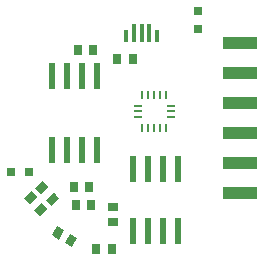
<source format=gtp>
G75*
G70*
%OFA0B0*%
%FSLAX24Y24*%
%IPPOS*%
%LPD*%
%AMOC8*
5,1,8,0,0,1.08239X$1,22.5*
%
%ADD10R,0.0197X0.0866*%
%ADD11R,0.1181X0.0394*%
%ADD12R,0.0110X0.0276*%
%ADD13R,0.0276X0.0110*%
%ADD14R,0.0138X0.0433*%
%ADD15R,0.0138X0.0591*%
%ADD16R,0.0354X0.0276*%
%ADD17R,0.0276X0.0354*%
%ADD18R,0.0315X0.0315*%
%ADD19R,0.0240X0.0870*%
D10*
X004020Y006182D03*
X004520Y006182D03*
X005020Y006182D03*
X005520Y006182D03*
X005520Y008665D03*
X005024Y008665D03*
X004524Y008665D03*
X004024Y008665D03*
D11*
X010290Y008778D03*
X010290Y009778D03*
X010290Y007778D03*
X010290Y006778D03*
X010290Y005778D03*
X010290Y004778D03*
D12*
X007817Y006927D03*
X007620Y006927D03*
X007423Y006927D03*
X007227Y006927D03*
X007030Y006927D03*
X007030Y008030D03*
X007227Y008030D03*
X007423Y008030D03*
X007620Y008030D03*
X007817Y008030D03*
D13*
X007975Y007675D03*
X007975Y007479D03*
X007975Y007282D03*
X006872Y007282D03*
X006872Y007479D03*
X006872Y007675D03*
D14*
X006498Y010002D03*
X007522Y010002D03*
D15*
X007266Y010081D03*
X007010Y010081D03*
X006754Y010081D03*
D16*
X006061Y004294D03*
X006061Y003782D03*
D17*
G36*
X004189Y003655D02*
X004425Y003514D01*
X004243Y003211D01*
X004007Y003352D01*
X004189Y003655D01*
G37*
G36*
X004628Y003392D02*
X004864Y003251D01*
X004682Y002948D01*
X004446Y003089D01*
X004628Y003392D01*
G37*
X005498Y002880D03*
X006010Y002880D03*
X005329Y004349D03*
X004817Y004349D03*
X004750Y004975D03*
X005262Y004975D03*
G36*
X004070Y004781D02*
X004255Y004576D01*
X003994Y004339D01*
X003809Y004544D01*
X004070Y004781D01*
G37*
G36*
X003727Y005161D02*
X003912Y004956D01*
X003651Y004719D01*
X003466Y004924D01*
X003727Y005161D01*
G37*
G36*
X003352Y004828D02*
X003534Y004620D01*
X003268Y004388D01*
X003086Y004596D01*
X003352Y004828D01*
G37*
G36*
X003689Y004443D02*
X003871Y004235D01*
X003605Y004003D01*
X003423Y004211D01*
X003689Y004443D01*
G37*
X006191Y009215D03*
X006703Y009215D03*
X005392Y009534D03*
X004880Y009534D03*
D18*
X008896Y010238D03*
X008896Y010829D03*
X003242Y005451D03*
X002652Y005451D03*
D19*
X006705Y005560D03*
X007205Y005560D03*
X007705Y005560D03*
X008205Y005560D03*
X008205Y003500D03*
X007705Y003500D03*
X007205Y003500D03*
X006705Y003500D03*
M02*

</source>
